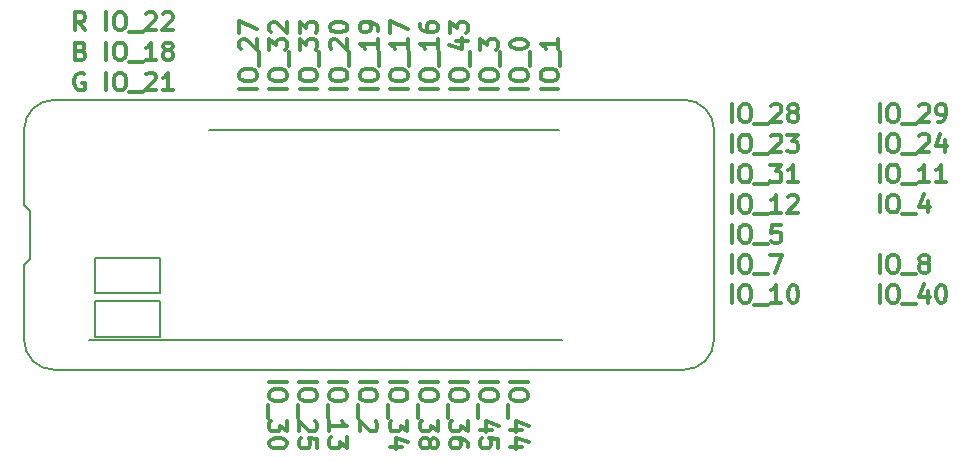
<source format=gbr>
%TF.GenerationSoftware,KiCad,Pcbnew,5.1.5+dfsg1-2~bpo10+1*%
%TF.CreationDate,2020-05-07T19:08:02+02:00*%
%TF.ProjectId,quickfeather-board,71756963-6b66-4656-9174-6865722d626f,rev?*%
%TF.SameCoordinates,Original*%
%TF.FileFunction,Other,ECO2*%
%FSLAX46Y46*%
G04 Gerber Fmt 4.6, Leading zero omitted, Abs format (unit mm)*
G04 Created by KiCad (PCBNEW 5.1.5+dfsg1-2~bpo10+1) date 2020-05-07 19:08:02 commit f144a29*
%MOMM*%
%LPD*%
G04 APERTURE LIST*
%ADD10C,0.300000*%
%ADD11C,0.150000*%
%ADD12C,0.127000*%
G04 APERTURE END LIST*
D10*
X128289585Y-87680271D02*
X127789585Y-86965985D01*
X127432442Y-87680271D02*
X127432442Y-86180271D01*
X128003871Y-86180271D01*
X128146728Y-86251700D01*
X128218157Y-86323128D01*
X128289585Y-86465985D01*
X128289585Y-86680271D01*
X128218157Y-86823128D01*
X128146728Y-86894557D01*
X128003871Y-86965985D01*
X127432442Y-86965985D01*
X130075300Y-87680271D02*
X130075300Y-86180271D01*
X131075300Y-86180271D02*
X131361014Y-86180271D01*
X131503871Y-86251700D01*
X131646728Y-86394557D01*
X131718157Y-86680271D01*
X131718157Y-87180271D01*
X131646728Y-87465985D01*
X131503871Y-87608842D01*
X131361014Y-87680271D01*
X131075300Y-87680271D01*
X130932442Y-87608842D01*
X130789585Y-87465985D01*
X130718157Y-87180271D01*
X130718157Y-86680271D01*
X130789585Y-86394557D01*
X130932442Y-86251700D01*
X131075300Y-86180271D01*
X132003871Y-87823128D02*
X133146728Y-87823128D01*
X133432442Y-86323128D02*
X133503871Y-86251700D01*
X133646728Y-86180271D01*
X134003871Y-86180271D01*
X134146728Y-86251700D01*
X134218157Y-86323128D01*
X134289585Y-86465985D01*
X134289585Y-86608842D01*
X134218157Y-86823128D01*
X133361014Y-87680271D01*
X134289585Y-87680271D01*
X134861014Y-86323128D02*
X134932442Y-86251700D01*
X135075300Y-86180271D01*
X135432442Y-86180271D01*
X135575300Y-86251700D01*
X135646728Y-86323128D01*
X135718157Y-86465985D01*
X135718157Y-86608842D01*
X135646728Y-86823128D01*
X134789585Y-87680271D01*
X135718157Y-87680271D01*
X127932442Y-89444557D02*
X128146728Y-89515985D01*
X128218157Y-89587414D01*
X128289585Y-89730271D01*
X128289585Y-89944557D01*
X128218157Y-90087414D01*
X128146728Y-90158842D01*
X128003871Y-90230271D01*
X127432442Y-90230271D01*
X127432442Y-88730271D01*
X127932442Y-88730271D01*
X128075300Y-88801700D01*
X128146728Y-88873128D01*
X128218157Y-89015985D01*
X128218157Y-89158842D01*
X128146728Y-89301700D01*
X128075300Y-89373128D01*
X127932442Y-89444557D01*
X127432442Y-89444557D01*
X130075300Y-90230271D02*
X130075300Y-88730271D01*
X131075300Y-88730271D02*
X131361014Y-88730271D01*
X131503871Y-88801700D01*
X131646728Y-88944557D01*
X131718157Y-89230271D01*
X131718157Y-89730271D01*
X131646728Y-90015985D01*
X131503871Y-90158842D01*
X131361014Y-90230271D01*
X131075300Y-90230271D01*
X130932442Y-90158842D01*
X130789585Y-90015985D01*
X130718157Y-89730271D01*
X130718157Y-89230271D01*
X130789585Y-88944557D01*
X130932442Y-88801700D01*
X131075300Y-88730271D01*
X132003871Y-90373128D02*
X133146728Y-90373128D01*
X134289585Y-90230271D02*
X133432442Y-90230271D01*
X133861014Y-90230271D02*
X133861014Y-88730271D01*
X133718157Y-88944557D01*
X133575300Y-89087414D01*
X133432442Y-89158842D01*
X135146728Y-89373128D02*
X135003871Y-89301700D01*
X134932442Y-89230271D01*
X134861014Y-89087414D01*
X134861014Y-89015985D01*
X134932442Y-88873128D01*
X135003871Y-88801700D01*
X135146728Y-88730271D01*
X135432442Y-88730271D01*
X135575300Y-88801700D01*
X135646728Y-88873128D01*
X135718157Y-89015985D01*
X135718157Y-89087414D01*
X135646728Y-89230271D01*
X135575300Y-89301700D01*
X135432442Y-89373128D01*
X135146728Y-89373128D01*
X135003871Y-89444557D01*
X134932442Y-89515985D01*
X134861014Y-89658842D01*
X134861014Y-89944557D01*
X134932442Y-90087414D01*
X135003871Y-90158842D01*
X135146728Y-90230271D01*
X135432442Y-90230271D01*
X135575300Y-90158842D01*
X135646728Y-90087414D01*
X135718157Y-89944557D01*
X135718157Y-89658842D01*
X135646728Y-89515985D01*
X135575300Y-89444557D01*
X135432442Y-89373128D01*
X128218157Y-91351700D02*
X128075300Y-91280271D01*
X127861014Y-91280271D01*
X127646728Y-91351700D01*
X127503871Y-91494557D01*
X127432442Y-91637414D01*
X127361014Y-91923128D01*
X127361014Y-92137414D01*
X127432442Y-92423128D01*
X127503871Y-92565985D01*
X127646728Y-92708842D01*
X127861014Y-92780271D01*
X128003871Y-92780271D01*
X128218157Y-92708842D01*
X128289585Y-92637414D01*
X128289585Y-92137414D01*
X128003871Y-92137414D01*
X130075300Y-92780271D02*
X130075300Y-91280271D01*
X131075300Y-91280271D02*
X131361014Y-91280271D01*
X131503871Y-91351700D01*
X131646728Y-91494557D01*
X131718157Y-91780271D01*
X131718157Y-92280271D01*
X131646728Y-92565985D01*
X131503871Y-92708842D01*
X131361014Y-92780271D01*
X131075300Y-92780271D01*
X130932442Y-92708842D01*
X130789585Y-92565985D01*
X130718157Y-92280271D01*
X130718157Y-91780271D01*
X130789585Y-91494557D01*
X130932442Y-91351700D01*
X131075300Y-91280271D01*
X132003871Y-92923128D02*
X133146728Y-92923128D01*
X133432442Y-91423128D02*
X133503871Y-91351700D01*
X133646728Y-91280271D01*
X134003871Y-91280271D01*
X134146728Y-91351700D01*
X134218157Y-91423128D01*
X134289585Y-91565985D01*
X134289585Y-91708842D01*
X134218157Y-91923128D01*
X133361014Y-92780271D01*
X134289585Y-92780271D01*
X135718157Y-92780271D02*
X134861014Y-92780271D01*
X135289585Y-92780271D02*
X135289585Y-91280271D01*
X135146728Y-91494557D01*
X135003871Y-91637414D01*
X134861014Y-91708842D01*
X183012442Y-95470271D02*
X183012442Y-93970271D01*
X184012442Y-93970271D02*
X184298157Y-93970271D01*
X184441014Y-94041700D01*
X184583871Y-94184557D01*
X184655300Y-94470271D01*
X184655300Y-94970271D01*
X184583871Y-95255985D01*
X184441014Y-95398842D01*
X184298157Y-95470271D01*
X184012442Y-95470271D01*
X183869585Y-95398842D01*
X183726728Y-95255985D01*
X183655300Y-94970271D01*
X183655300Y-94470271D01*
X183726728Y-94184557D01*
X183869585Y-94041700D01*
X184012442Y-93970271D01*
X184941014Y-95613128D02*
X186083871Y-95613128D01*
X186369585Y-94113128D02*
X186441014Y-94041700D01*
X186583871Y-93970271D01*
X186941014Y-93970271D01*
X187083871Y-94041700D01*
X187155300Y-94113128D01*
X187226728Y-94255985D01*
X187226728Y-94398842D01*
X187155300Y-94613128D01*
X186298157Y-95470271D01*
X187226728Y-95470271D01*
X188083871Y-94613128D02*
X187941014Y-94541700D01*
X187869585Y-94470271D01*
X187798157Y-94327414D01*
X187798157Y-94255985D01*
X187869585Y-94113128D01*
X187941014Y-94041700D01*
X188083871Y-93970271D01*
X188369585Y-93970271D01*
X188512442Y-94041700D01*
X188583871Y-94113128D01*
X188655300Y-94255985D01*
X188655300Y-94327414D01*
X188583871Y-94470271D01*
X188512442Y-94541700D01*
X188369585Y-94613128D01*
X188083871Y-94613128D01*
X187941014Y-94684557D01*
X187869585Y-94755985D01*
X187798157Y-94898842D01*
X187798157Y-95184557D01*
X187869585Y-95327414D01*
X187941014Y-95398842D01*
X188083871Y-95470271D01*
X188369585Y-95470271D01*
X188512442Y-95398842D01*
X188583871Y-95327414D01*
X188655300Y-95184557D01*
X188655300Y-94898842D01*
X188583871Y-94755985D01*
X188512442Y-94684557D01*
X188369585Y-94613128D01*
X183012442Y-98020271D02*
X183012442Y-96520271D01*
X184012442Y-96520271D02*
X184298157Y-96520271D01*
X184441014Y-96591700D01*
X184583871Y-96734557D01*
X184655300Y-97020271D01*
X184655300Y-97520271D01*
X184583871Y-97805985D01*
X184441014Y-97948842D01*
X184298157Y-98020271D01*
X184012442Y-98020271D01*
X183869585Y-97948842D01*
X183726728Y-97805985D01*
X183655300Y-97520271D01*
X183655300Y-97020271D01*
X183726728Y-96734557D01*
X183869585Y-96591700D01*
X184012442Y-96520271D01*
X184941014Y-98163128D02*
X186083871Y-98163128D01*
X186369585Y-96663128D02*
X186441014Y-96591700D01*
X186583871Y-96520271D01*
X186941014Y-96520271D01*
X187083871Y-96591700D01*
X187155300Y-96663128D01*
X187226728Y-96805985D01*
X187226728Y-96948842D01*
X187155300Y-97163128D01*
X186298157Y-98020271D01*
X187226728Y-98020271D01*
X187726728Y-96520271D02*
X188655300Y-96520271D01*
X188155300Y-97091700D01*
X188369585Y-97091700D01*
X188512442Y-97163128D01*
X188583871Y-97234557D01*
X188655300Y-97377414D01*
X188655300Y-97734557D01*
X188583871Y-97877414D01*
X188512442Y-97948842D01*
X188369585Y-98020271D01*
X187941014Y-98020271D01*
X187798157Y-97948842D01*
X187726728Y-97877414D01*
X183012442Y-100570271D02*
X183012442Y-99070271D01*
X184012442Y-99070271D02*
X184298157Y-99070271D01*
X184441014Y-99141700D01*
X184583871Y-99284557D01*
X184655300Y-99570271D01*
X184655300Y-100070271D01*
X184583871Y-100355985D01*
X184441014Y-100498842D01*
X184298157Y-100570271D01*
X184012442Y-100570271D01*
X183869585Y-100498842D01*
X183726728Y-100355985D01*
X183655300Y-100070271D01*
X183655300Y-99570271D01*
X183726728Y-99284557D01*
X183869585Y-99141700D01*
X184012442Y-99070271D01*
X184941014Y-100713128D02*
X186083871Y-100713128D01*
X186298157Y-99070271D02*
X187226728Y-99070271D01*
X186726728Y-99641700D01*
X186941014Y-99641700D01*
X187083871Y-99713128D01*
X187155300Y-99784557D01*
X187226728Y-99927414D01*
X187226728Y-100284557D01*
X187155300Y-100427414D01*
X187083871Y-100498842D01*
X186941014Y-100570271D01*
X186512442Y-100570271D01*
X186369585Y-100498842D01*
X186298157Y-100427414D01*
X188655300Y-100570271D02*
X187798157Y-100570271D01*
X188226728Y-100570271D02*
X188226728Y-99070271D01*
X188083871Y-99284557D01*
X187941014Y-99427414D01*
X187798157Y-99498842D01*
X183012442Y-103120271D02*
X183012442Y-101620271D01*
X184012442Y-101620271D02*
X184298157Y-101620271D01*
X184441014Y-101691700D01*
X184583871Y-101834557D01*
X184655300Y-102120271D01*
X184655300Y-102620271D01*
X184583871Y-102905985D01*
X184441014Y-103048842D01*
X184298157Y-103120271D01*
X184012442Y-103120271D01*
X183869585Y-103048842D01*
X183726728Y-102905985D01*
X183655300Y-102620271D01*
X183655300Y-102120271D01*
X183726728Y-101834557D01*
X183869585Y-101691700D01*
X184012442Y-101620271D01*
X184941014Y-103263128D02*
X186083871Y-103263128D01*
X187226728Y-103120271D02*
X186369585Y-103120271D01*
X186798157Y-103120271D02*
X186798157Y-101620271D01*
X186655300Y-101834557D01*
X186512442Y-101977414D01*
X186369585Y-102048842D01*
X187798157Y-101763128D02*
X187869585Y-101691700D01*
X188012442Y-101620271D01*
X188369585Y-101620271D01*
X188512442Y-101691700D01*
X188583871Y-101763128D01*
X188655300Y-101905985D01*
X188655300Y-102048842D01*
X188583871Y-102263128D01*
X187726728Y-103120271D01*
X188655300Y-103120271D01*
X183012442Y-105670271D02*
X183012442Y-104170271D01*
X184012442Y-104170271D02*
X184298157Y-104170271D01*
X184441014Y-104241700D01*
X184583871Y-104384557D01*
X184655300Y-104670271D01*
X184655300Y-105170271D01*
X184583871Y-105455985D01*
X184441014Y-105598842D01*
X184298157Y-105670271D01*
X184012442Y-105670271D01*
X183869585Y-105598842D01*
X183726728Y-105455985D01*
X183655300Y-105170271D01*
X183655300Y-104670271D01*
X183726728Y-104384557D01*
X183869585Y-104241700D01*
X184012442Y-104170271D01*
X184941014Y-105813128D02*
X186083871Y-105813128D01*
X187155300Y-104170271D02*
X186441014Y-104170271D01*
X186369585Y-104884557D01*
X186441014Y-104813128D01*
X186583871Y-104741700D01*
X186941014Y-104741700D01*
X187083871Y-104813128D01*
X187155300Y-104884557D01*
X187226728Y-105027414D01*
X187226728Y-105384557D01*
X187155300Y-105527414D01*
X187083871Y-105598842D01*
X186941014Y-105670271D01*
X186583871Y-105670271D01*
X186441014Y-105598842D01*
X186369585Y-105527414D01*
X183012442Y-108220271D02*
X183012442Y-106720271D01*
X184012442Y-106720271D02*
X184298157Y-106720271D01*
X184441014Y-106791700D01*
X184583871Y-106934557D01*
X184655300Y-107220271D01*
X184655300Y-107720271D01*
X184583871Y-108005985D01*
X184441014Y-108148842D01*
X184298157Y-108220271D01*
X184012442Y-108220271D01*
X183869585Y-108148842D01*
X183726728Y-108005985D01*
X183655300Y-107720271D01*
X183655300Y-107220271D01*
X183726728Y-106934557D01*
X183869585Y-106791700D01*
X184012442Y-106720271D01*
X184941014Y-108363128D02*
X186083871Y-108363128D01*
X186298157Y-106720271D02*
X187298157Y-106720271D01*
X186655300Y-108220271D01*
X183012442Y-110770271D02*
X183012442Y-109270271D01*
X184012442Y-109270271D02*
X184298157Y-109270271D01*
X184441014Y-109341700D01*
X184583871Y-109484557D01*
X184655300Y-109770271D01*
X184655300Y-110270271D01*
X184583871Y-110555985D01*
X184441014Y-110698842D01*
X184298157Y-110770271D01*
X184012442Y-110770271D01*
X183869585Y-110698842D01*
X183726728Y-110555985D01*
X183655300Y-110270271D01*
X183655300Y-109770271D01*
X183726728Y-109484557D01*
X183869585Y-109341700D01*
X184012442Y-109270271D01*
X184941014Y-110913128D02*
X186083871Y-110913128D01*
X187226728Y-110770271D02*
X186369585Y-110770271D01*
X186798157Y-110770271D02*
X186798157Y-109270271D01*
X186655300Y-109484557D01*
X186512442Y-109627414D01*
X186369585Y-109698842D01*
X188155300Y-109270271D02*
X188298157Y-109270271D01*
X188441014Y-109341700D01*
X188512442Y-109413128D01*
X188583871Y-109555985D01*
X188655300Y-109841700D01*
X188655300Y-110198842D01*
X188583871Y-110484557D01*
X188512442Y-110627414D01*
X188441014Y-110698842D01*
X188298157Y-110770271D01*
X188155300Y-110770271D01*
X188012442Y-110698842D01*
X187941014Y-110627414D01*
X187869585Y-110484557D01*
X187798157Y-110198842D01*
X187798157Y-109841700D01*
X187869585Y-109555985D01*
X187941014Y-109413128D01*
X188012442Y-109341700D01*
X188155300Y-109270271D01*
X195542442Y-95460271D02*
X195542442Y-93960271D01*
X196542442Y-93960271D02*
X196828157Y-93960271D01*
X196971014Y-94031700D01*
X197113871Y-94174557D01*
X197185300Y-94460271D01*
X197185300Y-94960271D01*
X197113871Y-95245985D01*
X196971014Y-95388842D01*
X196828157Y-95460271D01*
X196542442Y-95460271D01*
X196399585Y-95388842D01*
X196256728Y-95245985D01*
X196185300Y-94960271D01*
X196185300Y-94460271D01*
X196256728Y-94174557D01*
X196399585Y-94031700D01*
X196542442Y-93960271D01*
X197471014Y-95603128D02*
X198613871Y-95603128D01*
X198899585Y-94103128D02*
X198971014Y-94031700D01*
X199113871Y-93960271D01*
X199471014Y-93960271D01*
X199613871Y-94031700D01*
X199685300Y-94103128D01*
X199756728Y-94245985D01*
X199756728Y-94388842D01*
X199685300Y-94603128D01*
X198828157Y-95460271D01*
X199756728Y-95460271D01*
X200471014Y-95460271D02*
X200756728Y-95460271D01*
X200899585Y-95388842D01*
X200971014Y-95317414D01*
X201113871Y-95103128D01*
X201185300Y-94817414D01*
X201185300Y-94245985D01*
X201113871Y-94103128D01*
X201042442Y-94031700D01*
X200899585Y-93960271D01*
X200613871Y-93960271D01*
X200471014Y-94031700D01*
X200399585Y-94103128D01*
X200328157Y-94245985D01*
X200328157Y-94603128D01*
X200399585Y-94745985D01*
X200471014Y-94817414D01*
X200613871Y-94888842D01*
X200899585Y-94888842D01*
X201042442Y-94817414D01*
X201113871Y-94745985D01*
X201185300Y-94603128D01*
X195542442Y-98010271D02*
X195542442Y-96510271D01*
X196542442Y-96510271D02*
X196828157Y-96510271D01*
X196971014Y-96581700D01*
X197113871Y-96724557D01*
X197185300Y-97010271D01*
X197185300Y-97510271D01*
X197113871Y-97795985D01*
X196971014Y-97938842D01*
X196828157Y-98010271D01*
X196542442Y-98010271D01*
X196399585Y-97938842D01*
X196256728Y-97795985D01*
X196185300Y-97510271D01*
X196185300Y-97010271D01*
X196256728Y-96724557D01*
X196399585Y-96581700D01*
X196542442Y-96510271D01*
X197471014Y-98153128D02*
X198613871Y-98153128D01*
X198899585Y-96653128D02*
X198971014Y-96581700D01*
X199113871Y-96510271D01*
X199471014Y-96510271D01*
X199613871Y-96581700D01*
X199685300Y-96653128D01*
X199756728Y-96795985D01*
X199756728Y-96938842D01*
X199685300Y-97153128D01*
X198828157Y-98010271D01*
X199756728Y-98010271D01*
X201042442Y-97010271D02*
X201042442Y-98010271D01*
X200685300Y-96438842D02*
X200328157Y-97510271D01*
X201256728Y-97510271D01*
X195542442Y-100560271D02*
X195542442Y-99060271D01*
X196542442Y-99060271D02*
X196828157Y-99060271D01*
X196971014Y-99131700D01*
X197113871Y-99274557D01*
X197185300Y-99560271D01*
X197185300Y-100060271D01*
X197113871Y-100345985D01*
X196971014Y-100488842D01*
X196828157Y-100560271D01*
X196542442Y-100560271D01*
X196399585Y-100488842D01*
X196256728Y-100345985D01*
X196185300Y-100060271D01*
X196185300Y-99560271D01*
X196256728Y-99274557D01*
X196399585Y-99131700D01*
X196542442Y-99060271D01*
X197471014Y-100703128D02*
X198613871Y-100703128D01*
X199756728Y-100560271D02*
X198899585Y-100560271D01*
X199328157Y-100560271D02*
X199328157Y-99060271D01*
X199185300Y-99274557D01*
X199042442Y-99417414D01*
X198899585Y-99488842D01*
X201185300Y-100560271D02*
X200328157Y-100560271D01*
X200756728Y-100560271D02*
X200756728Y-99060271D01*
X200613871Y-99274557D01*
X200471014Y-99417414D01*
X200328157Y-99488842D01*
X195542442Y-103110271D02*
X195542442Y-101610271D01*
X196542442Y-101610271D02*
X196828157Y-101610271D01*
X196971014Y-101681700D01*
X197113871Y-101824557D01*
X197185300Y-102110271D01*
X197185300Y-102610271D01*
X197113871Y-102895985D01*
X196971014Y-103038842D01*
X196828157Y-103110271D01*
X196542442Y-103110271D01*
X196399585Y-103038842D01*
X196256728Y-102895985D01*
X196185300Y-102610271D01*
X196185300Y-102110271D01*
X196256728Y-101824557D01*
X196399585Y-101681700D01*
X196542442Y-101610271D01*
X197471014Y-103253128D02*
X198613871Y-103253128D01*
X199613871Y-102110271D02*
X199613871Y-103110271D01*
X199256728Y-101538842D02*
X198899585Y-102610271D01*
X199828157Y-102610271D01*
X195542442Y-108210271D02*
X195542442Y-106710271D01*
X196542442Y-106710271D02*
X196828157Y-106710271D01*
X196971014Y-106781700D01*
X197113871Y-106924557D01*
X197185300Y-107210271D01*
X197185300Y-107710271D01*
X197113871Y-107995985D01*
X196971014Y-108138842D01*
X196828157Y-108210271D01*
X196542442Y-108210271D01*
X196399585Y-108138842D01*
X196256728Y-107995985D01*
X196185300Y-107710271D01*
X196185300Y-107210271D01*
X196256728Y-106924557D01*
X196399585Y-106781700D01*
X196542442Y-106710271D01*
X197471014Y-108353128D02*
X198613871Y-108353128D01*
X199185300Y-107353128D02*
X199042442Y-107281700D01*
X198971014Y-107210271D01*
X198899585Y-107067414D01*
X198899585Y-106995985D01*
X198971014Y-106853128D01*
X199042442Y-106781700D01*
X199185300Y-106710271D01*
X199471014Y-106710271D01*
X199613871Y-106781700D01*
X199685300Y-106853128D01*
X199756728Y-106995985D01*
X199756728Y-107067414D01*
X199685300Y-107210271D01*
X199613871Y-107281700D01*
X199471014Y-107353128D01*
X199185300Y-107353128D01*
X199042442Y-107424557D01*
X198971014Y-107495985D01*
X198899585Y-107638842D01*
X198899585Y-107924557D01*
X198971014Y-108067414D01*
X199042442Y-108138842D01*
X199185300Y-108210271D01*
X199471014Y-108210271D01*
X199613871Y-108138842D01*
X199685300Y-108067414D01*
X199756728Y-107924557D01*
X199756728Y-107638842D01*
X199685300Y-107495985D01*
X199613871Y-107424557D01*
X199471014Y-107353128D01*
X195542442Y-110760271D02*
X195542442Y-109260271D01*
X196542442Y-109260271D02*
X196828157Y-109260271D01*
X196971014Y-109331700D01*
X197113871Y-109474557D01*
X197185300Y-109760271D01*
X197185300Y-110260271D01*
X197113871Y-110545985D01*
X196971014Y-110688842D01*
X196828157Y-110760271D01*
X196542442Y-110760271D01*
X196399585Y-110688842D01*
X196256728Y-110545985D01*
X196185300Y-110260271D01*
X196185300Y-109760271D01*
X196256728Y-109474557D01*
X196399585Y-109331700D01*
X196542442Y-109260271D01*
X197471014Y-110903128D02*
X198613871Y-110903128D01*
X199613871Y-109760271D02*
X199613871Y-110760271D01*
X199256728Y-109188842D02*
X198899585Y-110260271D01*
X199828157Y-110260271D01*
X200685300Y-109260271D02*
X200828157Y-109260271D01*
X200971014Y-109331700D01*
X201042442Y-109403128D01*
X201113871Y-109545985D01*
X201185300Y-109831700D01*
X201185300Y-110188842D01*
X201113871Y-110474557D01*
X201042442Y-110617414D01*
X200971014Y-110688842D01*
X200828157Y-110760271D01*
X200685300Y-110760271D01*
X200542442Y-110688842D01*
X200471014Y-110617414D01*
X200399585Y-110474557D01*
X200328157Y-110188842D01*
X200328157Y-109831700D01*
X200399585Y-109545985D01*
X200471014Y-109403128D01*
X200542442Y-109331700D01*
X200685300Y-109260271D01*
X164261728Y-117443842D02*
X165761728Y-117443842D01*
X165761728Y-118443842D02*
X165761728Y-118729557D01*
X165690300Y-118872414D01*
X165547442Y-119015271D01*
X165261728Y-119086700D01*
X164761728Y-119086700D01*
X164476014Y-119015271D01*
X164333157Y-118872414D01*
X164261728Y-118729557D01*
X164261728Y-118443842D01*
X164333157Y-118300985D01*
X164476014Y-118158128D01*
X164761728Y-118086700D01*
X165261728Y-118086700D01*
X165547442Y-118158128D01*
X165690300Y-118300985D01*
X165761728Y-118443842D01*
X164118871Y-119372414D02*
X164118871Y-120515271D01*
X165261728Y-121515271D02*
X164261728Y-121515271D01*
X165833157Y-121158128D02*
X164761728Y-120800985D01*
X164761728Y-121729557D01*
X165261728Y-122943842D02*
X164261728Y-122943842D01*
X165833157Y-122586700D02*
X164761728Y-122229557D01*
X164761728Y-123158128D01*
X161711728Y-117443842D02*
X163211728Y-117443842D01*
X163211728Y-118443842D02*
X163211728Y-118729557D01*
X163140300Y-118872414D01*
X162997442Y-119015271D01*
X162711728Y-119086700D01*
X162211728Y-119086700D01*
X161926014Y-119015271D01*
X161783157Y-118872414D01*
X161711728Y-118729557D01*
X161711728Y-118443842D01*
X161783157Y-118300985D01*
X161926014Y-118158128D01*
X162211728Y-118086700D01*
X162711728Y-118086700D01*
X162997442Y-118158128D01*
X163140300Y-118300985D01*
X163211728Y-118443842D01*
X161568871Y-119372414D02*
X161568871Y-120515271D01*
X162711728Y-121515271D02*
X161711728Y-121515271D01*
X163283157Y-121158128D02*
X162211728Y-120800985D01*
X162211728Y-121729557D01*
X163211728Y-123015271D02*
X163211728Y-122300985D01*
X162497442Y-122229557D01*
X162568871Y-122300985D01*
X162640300Y-122443842D01*
X162640300Y-122800985D01*
X162568871Y-122943842D01*
X162497442Y-123015271D01*
X162354585Y-123086700D01*
X161997442Y-123086700D01*
X161854585Y-123015271D01*
X161783157Y-122943842D01*
X161711728Y-122800985D01*
X161711728Y-122443842D01*
X161783157Y-122300985D01*
X161854585Y-122229557D01*
X159161728Y-117443842D02*
X160661728Y-117443842D01*
X160661728Y-118443842D02*
X160661728Y-118729557D01*
X160590300Y-118872414D01*
X160447442Y-119015271D01*
X160161728Y-119086700D01*
X159661728Y-119086700D01*
X159376014Y-119015271D01*
X159233157Y-118872414D01*
X159161728Y-118729557D01*
X159161728Y-118443842D01*
X159233157Y-118300985D01*
X159376014Y-118158128D01*
X159661728Y-118086700D01*
X160161728Y-118086700D01*
X160447442Y-118158128D01*
X160590300Y-118300985D01*
X160661728Y-118443842D01*
X159018871Y-119372414D02*
X159018871Y-120515271D01*
X160661728Y-120729557D02*
X160661728Y-121658128D01*
X160090300Y-121158128D01*
X160090300Y-121372414D01*
X160018871Y-121515271D01*
X159947442Y-121586700D01*
X159804585Y-121658128D01*
X159447442Y-121658128D01*
X159304585Y-121586700D01*
X159233157Y-121515271D01*
X159161728Y-121372414D01*
X159161728Y-120943842D01*
X159233157Y-120800985D01*
X159304585Y-120729557D01*
X160661728Y-122943842D02*
X160661728Y-122658128D01*
X160590300Y-122515271D01*
X160518871Y-122443842D01*
X160304585Y-122300985D01*
X160018871Y-122229557D01*
X159447442Y-122229557D01*
X159304585Y-122300985D01*
X159233157Y-122372414D01*
X159161728Y-122515271D01*
X159161728Y-122800985D01*
X159233157Y-122943842D01*
X159304585Y-123015271D01*
X159447442Y-123086700D01*
X159804585Y-123086700D01*
X159947442Y-123015271D01*
X160018871Y-122943842D01*
X160090300Y-122800985D01*
X160090300Y-122515271D01*
X160018871Y-122372414D01*
X159947442Y-122300985D01*
X159804585Y-122229557D01*
X156611728Y-117443842D02*
X158111728Y-117443842D01*
X158111728Y-118443842D02*
X158111728Y-118729557D01*
X158040300Y-118872414D01*
X157897442Y-119015271D01*
X157611728Y-119086700D01*
X157111728Y-119086700D01*
X156826014Y-119015271D01*
X156683157Y-118872414D01*
X156611728Y-118729557D01*
X156611728Y-118443842D01*
X156683157Y-118300985D01*
X156826014Y-118158128D01*
X157111728Y-118086700D01*
X157611728Y-118086700D01*
X157897442Y-118158128D01*
X158040300Y-118300985D01*
X158111728Y-118443842D01*
X156468871Y-119372414D02*
X156468871Y-120515271D01*
X158111728Y-120729557D02*
X158111728Y-121658128D01*
X157540300Y-121158128D01*
X157540300Y-121372414D01*
X157468871Y-121515271D01*
X157397442Y-121586700D01*
X157254585Y-121658128D01*
X156897442Y-121658128D01*
X156754585Y-121586700D01*
X156683157Y-121515271D01*
X156611728Y-121372414D01*
X156611728Y-120943842D01*
X156683157Y-120800985D01*
X156754585Y-120729557D01*
X157468871Y-122515271D02*
X157540300Y-122372414D01*
X157611728Y-122300985D01*
X157754585Y-122229557D01*
X157826014Y-122229557D01*
X157968871Y-122300985D01*
X158040300Y-122372414D01*
X158111728Y-122515271D01*
X158111728Y-122800985D01*
X158040300Y-122943842D01*
X157968871Y-123015271D01*
X157826014Y-123086700D01*
X157754585Y-123086700D01*
X157611728Y-123015271D01*
X157540300Y-122943842D01*
X157468871Y-122800985D01*
X157468871Y-122515271D01*
X157397442Y-122372414D01*
X157326014Y-122300985D01*
X157183157Y-122229557D01*
X156897442Y-122229557D01*
X156754585Y-122300985D01*
X156683157Y-122372414D01*
X156611728Y-122515271D01*
X156611728Y-122800985D01*
X156683157Y-122943842D01*
X156754585Y-123015271D01*
X156897442Y-123086700D01*
X157183157Y-123086700D01*
X157326014Y-123015271D01*
X157397442Y-122943842D01*
X157468871Y-122800985D01*
X154061728Y-117443842D02*
X155561728Y-117443842D01*
X155561728Y-118443842D02*
X155561728Y-118729557D01*
X155490300Y-118872414D01*
X155347442Y-119015271D01*
X155061728Y-119086700D01*
X154561728Y-119086700D01*
X154276014Y-119015271D01*
X154133157Y-118872414D01*
X154061728Y-118729557D01*
X154061728Y-118443842D01*
X154133157Y-118300985D01*
X154276014Y-118158128D01*
X154561728Y-118086700D01*
X155061728Y-118086700D01*
X155347442Y-118158128D01*
X155490300Y-118300985D01*
X155561728Y-118443842D01*
X153918871Y-119372414D02*
X153918871Y-120515271D01*
X155561728Y-120729557D02*
X155561728Y-121658128D01*
X154990300Y-121158128D01*
X154990300Y-121372414D01*
X154918871Y-121515271D01*
X154847442Y-121586700D01*
X154704585Y-121658128D01*
X154347442Y-121658128D01*
X154204585Y-121586700D01*
X154133157Y-121515271D01*
X154061728Y-121372414D01*
X154061728Y-120943842D01*
X154133157Y-120800985D01*
X154204585Y-120729557D01*
X155061728Y-122943842D02*
X154061728Y-122943842D01*
X155633157Y-122586700D02*
X154561728Y-122229557D01*
X154561728Y-123158128D01*
X151511728Y-117443842D02*
X153011728Y-117443842D01*
X153011728Y-118443842D02*
X153011728Y-118729557D01*
X152940300Y-118872414D01*
X152797442Y-119015271D01*
X152511728Y-119086700D01*
X152011728Y-119086700D01*
X151726014Y-119015271D01*
X151583157Y-118872414D01*
X151511728Y-118729557D01*
X151511728Y-118443842D01*
X151583157Y-118300985D01*
X151726014Y-118158128D01*
X152011728Y-118086700D01*
X152511728Y-118086700D01*
X152797442Y-118158128D01*
X152940300Y-118300985D01*
X153011728Y-118443842D01*
X151368871Y-119372414D02*
X151368871Y-120515271D01*
X152868871Y-120800985D02*
X152940300Y-120872414D01*
X153011728Y-121015271D01*
X153011728Y-121372414D01*
X152940300Y-121515271D01*
X152868871Y-121586700D01*
X152726014Y-121658128D01*
X152583157Y-121658128D01*
X152368871Y-121586700D01*
X151511728Y-120729557D01*
X151511728Y-121658128D01*
X148961728Y-117443842D02*
X150461728Y-117443842D01*
X150461728Y-118443842D02*
X150461728Y-118729557D01*
X150390300Y-118872414D01*
X150247442Y-119015271D01*
X149961728Y-119086700D01*
X149461728Y-119086700D01*
X149176014Y-119015271D01*
X149033157Y-118872414D01*
X148961728Y-118729557D01*
X148961728Y-118443842D01*
X149033157Y-118300985D01*
X149176014Y-118158128D01*
X149461728Y-118086700D01*
X149961728Y-118086700D01*
X150247442Y-118158128D01*
X150390300Y-118300985D01*
X150461728Y-118443842D01*
X148818871Y-119372414D02*
X148818871Y-120515271D01*
X148961728Y-121658128D02*
X148961728Y-120800985D01*
X148961728Y-121229557D02*
X150461728Y-121229557D01*
X150247442Y-121086700D01*
X150104585Y-120943842D01*
X150033157Y-120800985D01*
X150461728Y-122158128D02*
X150461728Y-123086700D01*
X149890300Y-122586700D01*
X149890300Y-122800985D01*
X149818871Y-122943842D01*
X149747442Y-123015271D01*
X149604585Y-123086700D01*
X149247442Y-123086700D01*
X149104585Y-123015271D01*
X149033157Y-122943842D01*
X148961728Y-122800985D01*
X148961728Y-122372414D01*
X149033157Y-122229557D01*
X149104585Y-122158128D01*
X146411728Y-117443842D02*
X147911728Y-117443842D01*
X147911728Y-118443842D02*
X147911728Y-118729557D01*
X147840300Y-118872414D01*
X147697442Y-119015271D01*
X147411728Y-119086700D01*
X146911728Y-119086700D01*
X146626014Y-119015271D01*
X146483157Y-118872414D01*
X146411728Y-118729557D01*
X146411728Y-118443842D01*
X146483157Y-118300985D01*
X146626014Y-118158128D01*
X146911728Y-118086700D01*
X147411728Y-118086700D01*
X147697442Y-118158128D01*
X147840300Y-118300985D01*
X147911728Y-118443842D01*
X146268871Y-119372414D02*
X146268871Y-120515271D01*
X147768871Y-120800985D02*
X147840300Y-120872414D01*
X147911728Y-121015271D01*
X147911728Y-121372414D01*
X147840300Y-121515271D01*
X147768871Y-121586700D01*
X147626014Y-121658128D01*
X147483157Y-121658128D01*
X147268871Y-121586700D01*
X146411728Y-120729557D01*
X146411728Y-121658128D01*
X147911728Y-123015271D02*
X147911728Y-122300985D01*
X147197442Y-122229557D01*
X147268871Y-122300985D01*
X147340300Y-122443842D01*
X147340300Y-122800985D01*
X147268871Y-122943842D01*
X147197442Y-123015271D01*
X147054585Y-123086700D01*
X146697442Y-123086700D01*
X146554585Y-123015271D01*
X146483157Y-122943842D01*
X146411728Y-122800985D01*
X146411728Y-122443842D01*
X146483157Y-122300985D01*
X146554585Y-122229557D01*
X143861728Y-117443842D02*
X145361728Y-117443842D01*
X145361728Y-118443842D02*
X145361728Y-118729557D01*
X145290300Y-118872414D01*
X145147442Y-119015271D01*
X144861728Y-119086700D01*
X144361728Y-119086700D01*
X144076014Y-119015271D01*
X143933157Y-118872414D01*
X143861728Y-118729557D01*
X143861728Y-118443842D01*
X143933157Y-118300985D01*
X144076014Y-118158128D01*
X144361728Y-118086700D01*
X144861728Y-118086700D01*
X145147442Y-118158128D01*
X145290300Y-118300985D01*
X145361728Y-118443842D01*
X143718871Y-119372414D02*
X143718871Y-120515271D01*
X145361728Y-120729557D02*
X145361728Y-121658128D01*
X144790300Y-121158128D01*
X144790300Y-121372414D01*
X144718871Y-121515271D01*
X144647442Y-121586700D01*
X144504585Y-121658128D01*
X144147442Y-121658128D01*
X144004585Y-121586700D01*
X143933157Y-121515271D01*
X143861728Y-121372414D01*
X143861728Y-120943842D01*
X143933157Y-120800985D01*
X144004585Y-120729557D01*
X145361728Y-122586700D02*
X145361728Y-122729557D01*
X145290300Y-122872414D01*
X145218871Y-122943842D01*
X145076014Y-123015271D01*
X144790300Y-123086700D01*
X144433157Y-123086700D01*
X144147442Y-123015271D01*
X144004585Y-122943842D01*
X143933157Y-122872414D01*
X143861728Y-122729557D01*
X143861728Y-122586700D01*
X143933157Y-122443842D01*
X144004585Y-122372414D01*
X144147442Y-122300985D01*
X144433157Y-122229557D01*
X144790300Y-122229557D01*
X145076014Y-122300985D01*
X145218871Y-122372414D01*
X145290300Y-122443842D01*
X145361728Y-122586700D01*
X142828871Y-92639557D02*
X141328871Y-92639557D01*
X141328871Y-91639557D02*
X141328871Y-91353842D01*
X141400300Y-91210985D01*
X141543157Y-91068128D01*
X141828871Y-90996700D01*
X142328871Y-90996700D01*
X142614585Y-91068128D01*
X142757442Y-91210985D01*
X142828871Y-91353842D01*
X142828871Y-91639557D01*
X142757442Y-91782414D01*
X142614585Y-91925271D01*
X142328871Y-91996700D01*
X141828871Y-91996700D01*
X141543157Y-91925271D01*
X141400300Y-91782414D01*
X141328871Y-91639557D01*
X142971728Y-90710985D02*
X142971728Y-89568128D01*
X141471728Y-89282414D02*
X141400300Y-89210985D01*
X141328871Y-89068128D01*
X141328871Y-88710985D01*
X141400300Y-88568128D01*
X141471728Y-88496700D01*
X141614585Y-88425271D01*
X141757442Y-88425271D01*
X141971728Y-88496700D01*
X142828871Y-89353842D01*
X142828871Y-88425271D01*
X141328871Y-87925271D02*
X141328871Y-86925271D01*
X142828871Y-87568128D01*
X145378871Y-92639557D02*
X143878871Y-92639557D01*
X143878871Y-91639557D02*
X143878871Y-91353842D01*
X143950300Y-91210985D01*
X144093157Y-91068128D01*
X144378871Y-90996700D01*
X144878871Y-90996700D01*
X145164585Y-91068128D01*
X145307442Y-91210985D01*
X145378871Y-91353842D01*
X145378871Y-91639557D01*
X145307442Y-91782414D01*
X145164585Y-91925271D01*
X144878871Y-91996700D01*
X144378871Y-91996700D01*
X144093157Y-91925271D01*
X143950300Y-91782414D01*
X143878871Y-91639557D01*
X145521728Y-90710985D02*
X145521728Y-89568128D01*
X143878871Y-89353842D02*
X143878871Y-88425271D01*
X144450300Y-88925271D01*
X144450300Y-88710985D01*
X144521728Y-88568128D01*
X144593157Y-88496700D01*
X144736014Y-88425271D01*
X145093157Y-88425271D01*
X145236014Y-88496700D01*
X145307442Y-88568128D01*
X145378871Y-88710985D01*
X145378871Y-89139557D01*
X145307442Y-89282414D01*
X145236014Y-89353842D01*
X144021728Y-87853842D02*
X143950300Y-87782414D01*
X143878871Y-87639557D01*
X143878871Y-87282414D01*
X143950300Y-87139557D01*
X144021728Y-87068128D01*
X144164585Y-86996700D01*
X144307442Y-86996700D01*
X144521728Y-87068128D01*
X145378871Y-87925271D01*
X145378871Y-86996700D01*
X147928871Y-92639557D02*
X146428871Y-92639557D01*
X146428871Y-91639557D02*
X146428871Y-91353842D01*
X146500300Y-91210985D01*
X146643157Y-91068128D01*
X146928871Y-90996700D01*
X147428871Y-90996700D01*
X147714585Y-91068128D01*
X147857442Y-91210985D01*
X147928871Y-91353842D01*
X147928871Y-91639557D01*
X147857442Y-91782414D01*
X147714585Y-91925271D01*
X147428871Y-91996700D01*
X146928871Y-91996700D01*
X146643157Y-91925271D01*
X146500300Y-91782414D01*
X146428871Y-91639557D01*
X148071728Y-90710985D02*
X148071728Y-89568128D01*
X146428871Y-89353842D02*
X146428871Y-88425271D01*
X147000300Y-88925271D01*
X147000300Y-88710985D01*
X147071728Y-88568128D01*
X147143157Y-88496700D01*
X147286014Y-88425271D01*
X147643157Y-88425271D01*
X147786014Y-88496700D01*
X147857442Y-88568128D01*
X147928871Y-88710985D01*
X147928871Y-89139557D01*
X147857442Y-89282414D01*
X147786014Y-89353842D01*
X146428871Y-87925271D02*
X146428871Y-86996700D01*
X147000300Y-87496700D01*
X147000300Y-87282414D01*
X147071728Y-87139557D01*
X147143157Y-87068128D01*
X147286014Y-86996700D01*
X147643157Y-86996700D01*
X147786014Y-87068128D01*
X147857442Y-87139557D01*
X147928871Y-87282414D01*
X147928871Y-87710985D01*
X147857442Y-87853842D01*
X147786014Y-87925271D01*
X150478871Y-92639557D02*
X148978871Y-92639557D01*
X148978871Y-91639557D02*
X148978871Y-91353842D01*
X149050300Y-91210985D01*
X149193157Y-91068128D01*
X149478871Y-90996700D01*
X149978871Y-90996700D01*
X150264585Y-91068128D01*
X150407442Y-91210985D01*
X150478871Y-91353842D01*
X150478871Y-91639557D01*
X150407442Y-91782414D01*
X150264585Y-91925271D01*
X149978871Y-91996700D01*
X149478871Y-91996700D01*
X149193157Y-91925271D01*
X149050300Y-91782414D01*
X148978871Y-91639557D01*
X150621728Y-90710985D02*
X150621728Y-89568128D01*
X149121728Y-89282414D02*
X149050300Y-89210985D01*
X148978871Y-89068128D01*
X148978871Y-88710985D01*
X149050300Y-88568128D01*
X149121728Y-88496700D01*
X149264585Y-88425271D01*
X149407442Y-88425271D01*
X149621728Y-88496700D01*
X150478871Y-89353842D01*
X150478871Y-88425271D01*
X148978871Y-87496700D02*
X148978871Y-87353842D01*
X149050300Y-87210985D01*
X149121728Y-87139557D01*
X149264585Y-87068128D01*
X149550300Y-86996700D01*
X149907442Y-86996700D01*
X150193157Y-87068128D01*
X150336014Y-87139557D01*
X150407442Y-87210985D01*
X150478871Y-87353842D01*
X150478871Y-87496700D01*
X150407442Y-87639557D01*
X150336014Y-87710985D01*
X150193157Y-87782414D01*
X149907442Y-87853842D01*
X149550300Y-87853842D01*
X149264585Y-87782414D01*
X149121728Y-87710985D01*
X149050300Y-87639557D01*
X148978871Y-87496700D01*
X153028871Y-92639557D02*
X151528871Y-92639557D01*
X151528871Y-91639557D02*
X151528871Y-91353842D01*
X151600300Y-91210985D01*
X151743157Y-91068128D01*
X152028871Y-90996700D01*
X152528871Y-90996700D01*
X152814585Y-91068128D01*
X152957442Y-91210985D01*
X153028871Y-91353842D01*
X153028871Y-91639557D01*
X152957442Y-91782414D01*
X152814585Y-91925271D01*
X152528871Y-91996700D01*
X152028871Y-91996700D01*
X151743157Y-91925271D01*
X151600300Y-91782414D01*
X151528871Y-91639557D01*
X153171728Y-90710985D02*
X153171728Y-89568128D01*
X153028871Y-88425271D02*
X153028871Y-89282414D01*
X153028871Y-88853842D02*
X151528871Y-88853842D01*
X151743157Y-88996700D01*
X151886014Y-89139557D01*
X151957442Y-89282414D01*
X153028871Y-87710985D02*
X153028871Y-87425271D01*
X152957442Y-87282414D01*
X152886014Y-87210985D01*
X152671728Y-87068128D01*
X152386014Y-86996700D01*
X151814585Y-86996700D01*
X151671728Y-87068128D01*
X151600300Y-87139557D01*
X151528871Y-87282414D01*
X151528871Y-87568128D01*
X151600300Y-87710985D01*
X151671728Y-87782414D01*
X151814585Y-87853842D01*
X152171728Y-87853842D01*
X152314585Y-87782414D01*
X152386014Y-87710985D01*
X152457442Y-87568128D01*
X152457442Y-87282414D01*
X152386014Y-87139557D01*
X152314585Y-87068128D01*
X152171728Y-86996700D01*
X155578871Y-92639557D02*
X154078871Y-92639557D01*
X154078871Y-91639557D02*
X154078871Y-91353842D01*
X154150300Y-91210985D01*
X154293157Y-91068128D01*
X154578871Y-90996700D01*
X155078871Y-90996700D01*
X155364585Y-91068128D01*
X155507442Y-91210985D01*
X155578871Y-91353842D01*
X155578871Y-91639557D01*
X155507442Y-91782414D01*
X155364585Y-91925271D01*
X155078871Y-91996700D01*
X154578871Y-91996700D01*
X154293157Y-91925271D01*
X154150300Y-91782414D01*
X154078871Y-91639557D01*
X155721728Y-90710985D02*
X155721728Y-89568128D01*
X155578871Y-88425271D02*
X155578871Y-89282414D01*
X155578871Y-88853842D02*
X154078871Y-88853842D01*
X154293157Y-88996700D01*
X154436014Y-89139557D01*
X154507442Y-89282414D01*
X154078871Y-87925271D02*
X154078871Y-86925271D01*
X155578871Y-87568128D01*
X158128871Y-92639557D02*
X156628871Y-92639557D01*
X156628871Y-91639557D02*
X156628871Y-91353842D01*
X156700300Y-91210985D01*
X156843157Y-91068128D01*
X157128871Y-90996700D01*
X157628871Y-90996700D01*
X157914585Y-91068128D01*
X158057442Y-91210985D01*
X158128871Y-91353842D01*
X158128871Y-91639557D01*
X158057442Y-91782414D01*
X157914585Y-91925271D01*
X157628871Y-91996700D01*
X157128871Y-91996700D01*
X156843157Y-91925271D01*
X156700300Y-91782414D01*
X156628871Y-91639557D01*
X158271728Y-90710985D02*
X158271728Y-89568128D01*
X158128871Y-88425271D02*
X158128871Y-89282414D01*
X158128871Y-88853842D02*
X156628871Y-88853842D01*
X156843157Y-88996700D01*
X156986014Y-89139557D01*
X157057442Y-89282414D01*
X156628871Y-87139557D02*
X156628871Y-87425271D01*
X156700300Y-87568128D01*
X156771728Y-87639557D01*
X156986014Y-87782414D01*
X157271728Y-87853842D01*
X157843157Y-87853842D01*
X157986014Y-87782414D01*
X158057442Y-87710985D01*
X158128871Y-87568128D01*
X158128871Y-87282414D01*
X158057442Y-87139557D01*
X157986014Y-87068128D01*
X157843157Y-86996700D01*
X157486014Y-86996700D01*
X157343157Y-87068128D01*
X157271728Y-87139557D01*
X157200300Y-87282414D01*
X157200300Y-87568128D01*
X157271728Y-87710985D01*
X157343157Y-87782414D01*
X157486014Y-87853842D01*
X160678871Y-92639557D02*
X159178871Y-92639557D01*
X159178871Y-91639557D02*
X159178871Y-91353842D01*
X159250300Y-91210985D01*
X159393157Y-91068128D01*
X159678871Y-90996700D01*
X160178871Y-90996700D01*
X160464585Y-91068128D01*
X160607442Y-91210985D01*
X160678871Y-91353842D01*
X160678871Y-91639557D01*
X160607442Y-91782414D01*
X160464585Y-91925271D01*
X160178871Y-91996700D01*
X159678871Y-91996700D01*
X159393157Y-91925271D01*
X159250300Y-91782414D01*
X159178871Y-91639557D01*
X160821728Y-90710985D02*
X160821728Y-89568128D01*
X159678871Y-88568128D02*
X160678871Y-88568128D01*
X159107442Y-88925271D02*
X160178871Y-89282414D01*
X160178871Y-88353842D01*
X159178871Y-87925271D02*
X159178871Y-86996700D01*
X159750300Y-87496700D01*
X159750300Y-87282414D01*
X159821728Y-87139557D01*
X159893157Y-87068128D01*
X160036014Y-86996700D01*
X160393157Y-86996700D01*
X160536014Y-87068128D01*
X160607442Y-87139557D01*
X160678871Y-87282414D01*
X160678871Y-87710985D01*
X160607442Y-87853842D01*
X160536014Y-87925271D01*
X163228871Y-92639557D02*
X161728871Y-92639557D01*
X161728871Y-91639557D02*
X161728871Y-91353842D01*
X161800300Y-91210985D01*
X161943157Y-91068128D01*
X162228871Y-90996700D01*
X162728871Y-90996700D01*
X163014585Y-91068128D01*
X163157442Y-91210985D01*
X163228871Y-91353842D01*
X163228871Y-91639557D01*
X163157442Y-91782414D01*
X163014585Y-91925271D01*
X162728871Y-91996700D01*
X162228871Y-91996700D01*
X161943157Y-91925271D01*
X161800300Y-91782414D01*
X161728871Y-91639557D01*
X163371728Y-90710985D02*
X163371728Y-89568128D01*
X161728871Y-89353842D02*
X161728871Y-88425271D01*
X162300300Y-88925271D01*
X162300300Y-88710985D01*
X162371728Y-88568128D01*
X162443157Y-88496700D01*
X162586014Y-88425271D01*
X162943157Y-88425271D01*
X163086014Y-88496700D01*
X163157442Y-88568128D01*
X163228871Y-88710985D01*
X163228871Y-89139557D01*
X163157442Y-89282414D01*
X163086014Y-89353842D01*
X165778871Y-92639557D02*
X164278871Y-92639557D01*
X164278871Y-91639557D02*
X164278871Y-91353842D01*
X164350300Y-91210985D01*
X164493157Y-91068128D01*
X164778871Y-90996700D01*
X165278871Y-90996700D01*
X165564585Y-91068128D01*
X165707442Y-91210985D01*
X165778871Y-91353842D01*
X165778871Y-91639557D01*
X165707442Y-91782414D01*
X165564585Y-91925271D01*
X165278871Y-91996700D01*
X164778871Y-91996700D01*
X164493157Y-91925271D01*
X164350300Y-91782414D01*
X164278871Y-91639557D01*
X165921728Y-90710985D02*
X165921728Y-89568128D01*
X164278871Y-88925271D02*
X164278871Y-88782414D01*
X164350300Y-88639557D01*
X164421728Y-88568128D01*
X164564585Y-88496700D01*
X164850300Y-88425271D01*
X165207442Y-88425271D01*
X165493157Y-88496700D01*
X165636014Y-88568128D01*
X165707442Y-88639557D01*
X165778871Y-88782414D01*
X165778871Y-88925271D01*
X165707442Y-89068128D01*
X165636014Y-89139557D01*
X165493157Y-89210985D01*
X165207442Y-89282414D01*
X164850300Y-89282414D01*
X164564585Y-89210985D01*
X164421728Y-89139557D01*
X164350300Y-89068128D01*
X164278871Y-88925271D01*
X168328871Y-92639557D02*
X166828871Y-92639557D01*
X166828871Y-91639557D02*
X166828871Y-91353842D01*
X166900300Y-91210985D01*
X167043157Y-91068128D01*
X167328871Y-90996700D01*
X167828871Y-90996700D01*
X168114585Y-91068128D01*
X168257442Y-91210985D01*
X168328871Y-91353842D01*
X168328871Y-91639557D01*
X168257442Y-91782414D01*
X168114585Y-91925271D01*
X167828871Y-91996700D01*
X167328871Y-91996700D01*
X167043157Y-91925271D01*
X166900300Y-91782414D01*
X166828871Y-91639557D01*
X168471728Y-90710985D02*
X168471728Y-89568128D01*
X168328871Y-88425271D02*
X168328871Y-89282414D01*
X168328871Y-88853842D02*
X166828871Y-88853842D01*
X167043157Y-88996700D01*
X167186014Y-89139557D01*
X167257442Y-89282414D01*
D11*
X138770000Y-96113600D02*
X168400000Y-96113600D01*
X128590000Y-113894000D02*
X168630000Y-113894000D01*
X123101100Y-102463600D02*
X123609100Y-102971600D01*
X123609100Y-102971600D02*
X123609100Y-107035600D01*
X123609100Y-107035600D02*
X123101100Y-107543600D01*
X178981100Y-93573600D02*
G75*
G02X181521100Y-96113600I0J-2540000D01*
G01*
X181521100Y-113893600D02*
G75*
G02X178981100Y-116433600I-2540000J0D01*
G01*
X125641100Y-116433600D02*
X178981100Y-116433600D01*
X181521100Y-113893600D02*
X181521100Y-96113600D01*
X178981100Y-93573600D02*
X125641100Y-93573600D01*
X123101100Y-96113600D02*
G75*
G02X125641100Y-93573600I2540000J0D01*
G01*
X123101100Y-96113600D02*
X123101100Y-102463600D01*
X123101100Y-107543600D02*
X123101100Y-113893600D01*
X125641100Y-116433600D02*
G75*
G02X123101100Y-113893600I0J2540000D01*
G01*
D12*
X134580000Y-113650000D02*
X134580000Y-110650000D01*
X129080000Y-110650000D02*
X129080000Y-113650000D01*
X134580000Y-110650000D02*
X129080000Y-110650000D01*
X129080000Y-113650000D02*
X134580000Y-113650000D01*
X134580000Y-109950000D02*
X134580000Y-106950000D01*
X129080000Y-106950000D02*
X129080000Y-109950000D01*
X134580000Y-106950000D02*
X129080000Y-106950000D01*
X129080000Y-109950000D02*
X134580000Y-109950000D01*
M02*

</source>
